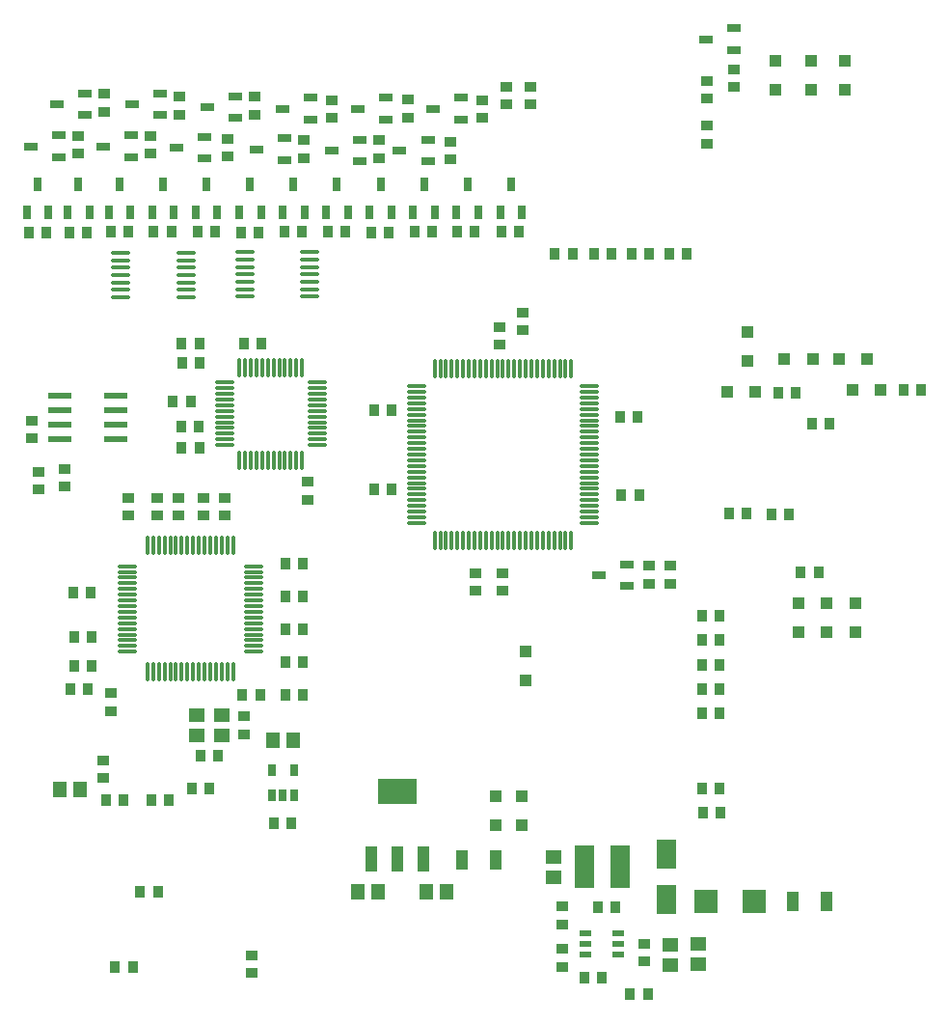
<source format=gtp>
G04 Layer: BottomSilkscreenLayer*
G04 EasyEDA Pro v2.1.32.5533625a, 2023-09-11 21:51:51*
G04 Gerber Generator version 0.3*
G04 Scale: 100 percent, Rotated: No, Reflected: No *
G04 Dimensions in millimeters  *
G04 leading zeros omitted , absolute positions ,3 integer and 6 decimal *
G04 #@! TF.GenerationSoftware,KiCad,Pcbnew,(5.1.10)-1*
G04 #@! TF.CreationDate,2023-09-11T22:03:16+08:00*
G04 #@! TF.ProjectId,AntennaSwitch_6x2,416e7465-6e6e-4615-9377-697463685f36,rev?*
G04 #@! TF.SameCoordinates,Original*
G04 #@! TF.FileFunction,Paste,Top*
G04 #@! TF.FilePolarity,Positive*
%FSLAX46Y46*%
G04 Gerber Fmt 4.6, Leading zero omitted, Abs format (unit mm)*
G04 Created by KiCad (PCBNEW (5.1.10)-1) date 2023-09-11 22:03:16*
%MOMM*%
%LPD*%
G01*
G04 APERTURE LIST*
%ADD10R,0.650000X1.060000*%
%ADD11R,0.930000X0.980000*%
%ADD12R,1.470000X1.160000*%
%ADD13R,1.800000X2.500000*%
%ADD14R,1.000000X1.000000*%
%ADD15R,1.130000X1.800000*%
%ADD16R,2.000000X2.000000*%
%ADD17R,1.100000X0.600000*%
%ADD18O,1.700000X0.320000*%
%ADD19O,1.800000X0.280000*%
%ADD20O,0.280000X1.800000*%
%ADD21R,0.980000X0.930000*%
%ADD22R,1.000000X2.200000*%
%ADD23R,3.500000X2.200000*%
%ADD24R,1.160000X1.470000*%
%ADD25R,2.000000X0.600000*%
%ADD26R,1.400000X1.200000*%
%ADD27R,1.250000X0.700000*%
%ADD28R,0.700000X1.250000*%
%ADD29R,1.780000X3.700000*%
G04 APERTURE END LIST*
D10*
X68800000Y-122900000D03*
X70700000Y-122900000D03*
X70700000Y-125100000D03*
X69750000Y-125100000D03*
X68800000Y-125100000D03*
D11*
X100230000Y-142500000D03*
X101770000Y-142500000D03*
D12*
X106250000Y-139890000D03*
X106250000Y-138110000D03*
D13*
X103400000Y-134200000D03*
X103400000Y-130200000D03*
D14*
X119100000Y-60650000D03*
X119100000Y-63150000D03*
X116100000Y-60650000D03*
X116100000Y-63150000D03*
X113000000Y-60650000D03*
X113000000Y-63150000D03*
X110550000Y-86950000D03*
X110550000Y-84450000D03*
X113750000Y-86800000D03*
X116250000Y-86800000D03*
X121050000Y-86800000D03*
X118550000Y-86800000D03*
X120000000Y-108250000D03*
X120000000Y-110750000D03*
X117500000Y-108250000D03*
X117500000Y-110750000D03*
X115000000Y-108250000D03*
X115000000Y-110750000D03*
X90700000Y-127650000D03*
X90700000Y-125150000D03*
X88400000Y-127650000D03*
X88400000Y-125150000D03*
X91100000Y-112450000D03*
X91100000Y-114950000D03*
D12*
X93500000Y-130460000D03*
X93500000Y-132240000D03*
D15*
X117490000Y-134350000D03*
X114510000Y-134350000D03*
D16*
X106900000Y-134350000D03*
X111100000Y-134350000D03*
D14*
X111250000Y-89700000D03*
X108750000Y-89700000D03*
X119749999Y-89500000D03*
X122249999Y-89500000D03*
D17*
X99150000Y-137150000D03*
X99150000Y-138100000D03*
X99150000Y-139050000D03*
X96350000Y-139050000D03*
X96350000Y-138100000D03*
X96350000Y-137150000D03*
D11*
X113230001Y-89750000D03*
X114770001Y-89750000D03*
X124230000Y-89500000D03*
X125770000Y-89500000D03*
D18*
X55535000Y-81380000D03*
X55535000Y-80730000D03*
X55535000Y-80080000D03*
X55535000Y-79430000D03*
X55535000Y-78780000D03*
X55535000Y-78130000D03*
X55535000Y-77480000D03*
X61235000Y-77480000D03*
X61235000Y-78130000D03*
X61235000Y-78780000D03*
X61235000Y-79430000D03*
X61235000Y-80080000D03*
X61235000Y-80730000D03*
X61235000Y-81380000D03*
X66406000Y-81328999D03*
X66406000Y-80678999D03*
X66406000Y-80028999D03*
X66406000Y-79378999D03*
X66406000Y-78728999D03*
X66406000Y-78078999D03*
X66406000Y-77428999D03*
X72106000Y-77428999D03*
X72106000Y-78078999D03*
X72106000Y-78728999D03*
X72106000Y-79378999D03*
X72106000Y-80028999D03*
X72106000Y-80678999D03*
X72106000Y-81328999D03*
D11*
X47430000Y-75671000D03*
X48970000Y-75671000D03*
X51030000Y-75700000D03*
X52570000Y-75700000D03*
X54618000Y-75620000D03*
X56158000Y-75620000D03*
X58420000Y-75620000D03*
X59960000Y-75620000D03*
X62238000Y-75620000D03*
X63778000Y-75620000D03*
X66098000Y-75670999D03*
X67638000Y-75670999D03*
X69858000Y-75619999D03*
X71398000Y-75619999D03*
X73718000Y-75620000D03*
X75258000Y-75620000D03*
X77478000Y-75671000D03*
X79018000Y-75671000D03*
X81338400Y-75620000D03*
X82878400Y-75620000D03*
X85054800Y-75620000D03*
X86594800Y-75620000D03*
X88958400Y-75620000D03*
X90498400Y-75620000D03*
D15*
X88475200Y-130738000D03*
X85495200Y-130738000D03*
D11*
X112618500Y-100384999D03*
X114158500Y-100384999D03*
X108935500Y-100321500D03*
X110475500Y-100321500D03*
D19*
X81518000Y-101178000D03*
X81518000Y-100678000D03*
X81518000Y-100178000D03*
X81518000Y-99678000D03*
X81518000Y-99178000D03*
X81518000Y-98678000D03*
X81518000Y-98178000D03*
X81518000Y-97678000D03*
X81518000Y-97178000D03*
X81518000Y-96678000D03*
X81518000Y-96178000D03*
X81518000Y-95678000D03*
X81518000Y-95178000D03*
X81518000Y-94678000D03*
X81518000Y-94178000D03*
X81518000Y-93678000D03*
X81518000Y-93178000D03*
X81518000Y-92678000D03*
X81518000Y-92178000D03*
X81518000Y-91678000D03*
X81518000Y-91178000D03*
X81518000Y-90678000D03*
X81518000Y-90178000D03*
X81518000Y-89678000D03*
X81518000Y-89178000D03*
D20*
X83068000Y-87628000D03*
X83568000Y-87628000D03*
X84068000Y-87628000D03*
X84568000Y-87628000D03*
X85068000Y-87628000D03*
X85568000Y-87628000D03*
X86068000Y-87628000D03*
X86568000Y-87628000D03*
X87068000Y-87628000D03*
X87568000Y-87628000D03*
X88068000Y-87628000D03*
X88568000Y-87628000D03*
X89068000Y-87628000D03*
X89568000Y-87628000D03*
X90068000Y-87628000D03*
X90568000Y-87628000D03*
X91068000Y-87628000D03*
X91568000Y-87628000D03*
X92068000Y-87628000D03*
X92568000Y-87628000D03*
X93068000Y-87628000D03*
X93568000Y-87628000D03*
X94068000Y-87628000D03*
X94568000Y-87628000D03*
X95068000Y-87628000D03*
D19*
X96618000Y-89178000D03*
X96618000Y-89678000D03*
X96618000Y-90178000D03*
X96618000Y-90678000D03*
X96618000Y-91178000D03*
X96618000Y-91678000D03*
X96618000Y-92178000D03*
X96618000Y-92678000D03*
X96618000Y-93178000D03*
X96618000Y-93678000D03*
X96618000Y-94178000D03*
X96618000Y-94678000D03*
X96618000Y-95178000D03*
X96618000Y-95678000D03*
X96618000Y-96178000D03*
X96618000Y-96678000D03*
X96618000Y-97178000D03*
X96618000Y-97678000D03*
X96618000Y-98178000D03*
X96618000Y-98678000D03*
X96618000Y-99178000D03*
X96618000Y-99678000D03*
X96618000Y-100178000D03*
X96618000Y-100678000D03*
X96618000Y-101178000D03*
D20*
X95068000Y-102728000D03*
X94568000Y-102728000D03*
X94068000Y-102728000D03*
X93568000Y-102728000D03*
X93068000Y-102728000D03*
X92568000Y-102728000D03*
X92068000Y-102728000D03*
X91568000Y-102728000D03*
X91068000Y-102728000D03*
X90568000Y-102728000D03*
X90068000Y-102728000D03*
X89568000Y-102728000D03*
X89068000Y-102728000D03*
X88568000Y-102728000D03*
X88068000Y-102728000D03*
X87568000Y-102728000D03*
X87068000Y-102728000D03*
X86568000Y-102728000D03*
X86068000Y-102728000D03*
X85568000Y-102728000D03*
X85068000Y-102728000D03*
X84568000Y-102728000D03*
X84068000Y-102728000D03*
X83568000Y-102728000D03*
X83068000Y-102728000D03*
D11*
X60874000Y-85399000D03*
X62414000Y-85399000D03*
D21*
X88814000Y-83994000D03*
X88814000Y-85534000D03*
D22*
X82097000Y-130690001D03*
D23*
X79797000Y-124690001D03*
D22*
X79797000Y-130690001D03*
X77497000Y-130690001D03*
D11*
X64057000Y-121594001D03*
X62517000Y-121594001D03*
D21*
X101500000Y-139620000D03*
X101500000Y-138080000D03*
X94250000Y-136370000D03*
X94250000Y-134830000D03*
D11*
X97430000Y-134850000D03*
X98970000Y-134850000D03*
D21*
X71923000Y-97575000D03*
X71923000Y-99115000D03*
X66335000Y-119696999D03*
X66335000Y-118156999D03*
X64684000Y-98980000D03*
X64684000Y-100520000D03*
D11*
X60104000Y-90479000D03*
X61644000Y-90479000D03*
X51451000Y-113720000D03*
X52991000Y-113720000D03*
X71533000Y-113370800D03*
X69993000Y-113370800D03*
X71532999Y-107592200D03*
X69992999Y-107592200D03*
X51324000Y-107243000D03*
X52864000Y-107243000D03*
D21*
X58720000Y-99005999D03*
X58720000Y-100545999D03*
D11*
X67739999Y-116260000D03*
X66199999Y-116260000D03*
X60826000Y-92689001D03*
X62366000Y-92689001D03*
X100879000Y-91876000D03*
X99339000Y-91876000D03*
X60904000Y-87126000D03*
X62444000Y-87126000D03*
D21*
X47750000Y-92210000D03*
X47750000Y-93750000D03*
X60620000Y-98980000D03*
X60620000Y-100520000D03*
D11*
X51451000Y-111180000D03*
X52991000Y-111180000D03*
D21*
X54651000Y-117665000D03*
X54651000Y-116125000D03*
D11*
X71532999Y-116260000D03*
X69992999Y-116260000D03*
X71529000Y-110481501D03*
X69989000Y-110481501D03*
X71528000Y-104703000D03*
X69988000Y-104703000D03*
D21*
X56205000Y-99006000D03*
X56205000Y-100546000D03*
X62809000Y-100547000D03*
X62809000Y-99007000D03*
X53999000Y-121975000D03*
X53999000Y-123515000D03*
D11*
X70520000Y-127500000D03*
X68980000Y-127500000D03*
X101022000Y-98734000D03*
X99482000Y-98734000D03*
D21*
X90845999Y-82716000D03*
X90845999Y-84256000D03*
D11*
X77749000Y-91241000D03*
X79289000Y-91241000D03*
X77749000Y-98226000D03*
X79289000Y-98226000D03*
D21*
X89068000Y-107124000D03*
X89068000Y-105584000D03*
X86655000Y-107124000D03*
X86655000Y-105584000D03*
D24*
X76367000Y-133532000D03*
X78147000Y-133532000D03*
D25*
X55069000Y-91241000D03*
X50169000Y-93781000D03*
X50169000Y-92511000D03*
X50169000Y-91241000D03*
X50169000Y-89971000D03*
X55069000Y-89971000D03*
X55069000Y-92511000D03*
X55069000Y-93781000D03*
D20*
X65934000Y-87547000D03*
X66434000Y-87547000D03*
X66934000Y-87547000D03*
X67434000Y-87547000D03*
X67934000Y-87547000D03*
X68434000Y-87547000D03*
X68934000Y-87547000D03*
X69434000Y-87547000D03*
X69934000Y-87547000D03*
X70434000Y-87547000D03*
X70934000Y-87547000D03*
X71434000Y-87547000D03*
D19*
X72734000Y-88847000D03*
X72734000Y-89347000D03*
X72734000Y-89847000D03*
X72734000Y-90347000D03*
X72734000Y-90847000D03*
X72734000Y-91347000D03*
X72734000Y-91847000D03*
X72734000Y-92347000D03*
X72734000Y-92847000D03*
X72734000Y-93347000D03*
X72734000Y-93847000D03*
X72734000Y-94347000D03*
D20*
X71434000Y-95647000D03*
X70934000Y-95647000D03*
X70434000Y-95647000D03*
X69934000Y-95647000D03*
X69434000Y-95647000D03*
X68934000Y-95647000D03*
X68434000Y-95647000D03*
X67934000Y-95647000D03*
X67434000Y-95647000D03*
X66934000Y-95647000D03*
X66434000Y-95647000D03*
X65934000Y-95647000D03*
D19*
X64634000Y-94347000D03*
X64634000Y-93847000D03*
X64634000Y-93347000D03*
X64634000Y-92847000D03*
X64634000Y-92347000D03*
X64634000Y-91847000D03*
X64634000Y-91347000D03*
X64634000Y-90847000D03*
X64634000Y-90347000D03*
X64634000Y-89847000D03*
X64634000Y-89347000D03*
X64634000Y-88847000D03*
X56065000Y-112466800D03*
X56065000Y-111966800D03*
X56065000Y-111466800D03*
X56065000Y-110966800D03*
X56065000Y-110466800D03*
X56065000Y-109966800D03*
X56065000Y-109466800D03*
X56065000Y-108966800D03*
X56065000Y-108466800D03*
X56065000Y-107966800D03*
X56065000Y-107466800D03*
X56065000Y-106966800D03*
X56065000Y-106466800D03*
X56065000Y-105966800D03*
X56065000Y-105466800D03*
X56065000Y-104966800D03*
D20*
X57865000Y-103166800D03*
X58365000Y-103166800D03*
X58865000Y-103166800D03*
X59365000Y-103166800D03*
X59865000Y-103166800D03*
X60365000Y-103166800D03*
X60865000Y-103166800D03*
X61365000Y-103166800D03*
X61865000Y-103166800D03*
X62365000Y-103166800D03*
X62865000Y-103166800D03*
X63365000Y-103166800D03*
X63865000Y-103166800D03*
X64365000Y-103166800D03*
X64865000Y-103166800D03*
X65365000Y-103166800D03*
D19*
X67165000Y-104966800D03*
X67165000Y-105466800D03*
X67165000Y-105966800D03*
X67165000Y-106466800D03*
X67165000Y-106966800D03*
X67165000Y-107466800D03*
X67165000Y-107966800D03*
X67165000Y-108466800D03*
X67165000Y-108966800D03*
X67165000Y-109466800D03*
X67165000Y-109966800D03*
X67165000Y-110466800D03*
X67165000Y-110966800D03*
X67165000Y-111466800D03*
X67165000Y-111966800D03*
X67165000Y-112466800D03*
D20*
X65365000Y-114266800D03*
X64865000Y-114266800D03*
X64365000Y-114266800D03*
X63865000Y-114266800D03*
X63365000Y-114266800D03*
X62865000Y-114266800D03*
X62365000Y-114266800D03*
X61865000Y-114266800D03*
X61365000Y-114266800D03*
X60865000Y-114266800D03*
X60365000Y-114266800D03*
X59865000Y-114266800D03*
X59365000Y-114266800D03*
X58865000Y-114266800D03*
X58365000Y-114266800D03*
X57865000Y-114266800D03*
D11*
X97770000Y-141100000D03*
X96230000Y-141100000D03*
X115230000Y-105500000D03*
X116770000Y-105500000D03*
D21*
X94250000Y-140100000D03*
X94250000Y-138560000D03*
X48301000Y-96694000D03*
X48301000Y-98234000D03*
D11*
X52627000Y-115752000D03*
X51087000Y-115752000D03*
X67867000Y-85399000D03*
X66327000Y-85399000D03*
X61730000Y-124500000D03*
X63270000Y-124500000D03*
X58230000Y-125500000D03*
X59770000Y-125500000D03*
X56564000Y-140143999D03*
X55024000Y-140143999D03*
D21*
X67000000Y-139112000D03*
X67000000Y-140652000D03*
D11*
X57230001Y-133500000D03*
X58770001Y-133500000D03*
X54230000Y-125500000D03*
X55770000Y-125500000D03*
D21*
X89400000Y-64452000D03*
X89400000Y-62912000D03*
D11*
X105205000Y-77525000D03*
X103665000Y-77525000D03*
X101902999Y-77525000D03*
X100362999Y-77525000D03*
D21*
X101895000Y-104949000D03*
X101895000Y-106489000D03*
D11*
X108070000Y-113600000D03*
X106530000Y-113600000D03*
X108100000Y-124500000D03*
X106560000Y-124500000D03*
D21*
X103800001Y-104949000D03*
X103800001Y-106489000D03*
D11*
X108070000Y-115750000D03*
X106530000Y-115750000D03*
X108070000Y-117900000D03*
X106530000Y-117900000D03*
D21*
X50587000Y-97980000D03*
X50587000Y-96440000D03*
D11*
X62406000Y-94543000D03*
X60866000Y-94543000D03*
D21*
X51793000Y-68770000D03*
X51793000Y-67230000D03*
X54078999Y-65087000D03*
X54078999Y-63547000D03*
X58143000Y-68770000D03*
X58143000Y-67230000D03*
X60683000Y-65341000D03*
X60683000Y-63801000D03*
X64874001Y-69024000D03*
X64874001Y-67484000D03*
X67287000Y-65341000D03*
X67287000Y-63801000D03*
X71605000Y-69151000D03*
X71605000Y-67611000D03*
X74018000Y-65603001D03*
X74018000Y-64063001D03*
X78209000Y-69151000D03*
X78209000Y-67611000D03*
X80749000Y-65595000D03*
X80749000Y-64055000D03*
X84432000Y-69278000D03*
X84432000Y-67738000D03*
X87226000Y-65643000D03*
X87226000Y-64103000D03*
D11*
X116230000Y-92500000D03*
X117770000Y-92500000D03*
D21*
X109388000Y-62903000D03*
X109388000Y-61363000D03*
X106975000Y-63944000D03*
X106975000Y-62404000D03*
X106975000Y-67881000D03*
X106975000Y-66341000D03*
X91481000Y-64452000D03*
X91481000Y-62912000D03*
D11*
X95172001Y-77525000D03*
X93632001Y-77525000D03*
X98601000Y-77525000D03*
X97061000Y-77525000D03*
X108170000Y-126600000D03*
X106630000Y-126600000D03*
X108070000Y-109300000D03*
X106530000Y-109300000D03*
X108070000Y-111450000D03*
X106530000Y-111450000D03*
D26*
X62166000Y-119777600D03*
X64366000Y-119777600D03*
X64366000Y-118077600D03*
X62166000Y-118077600D03*
D27*
X47621999Y-68127000D03*
X50121999Y-67177000D03*
X50121999Y-69077000D03*
X49908000Y-64444000D03*
X52408000Y-63494000D03*
X52408000Y-65394000D03*
X53972000Y-68126999D03*
X56472000Y-67176999D03*
X56472000Y-69076999D03*
X56512000Y-64444000D03*
X59012000Y-63494000D03*
X59012000Y-65394000D03*
X60386000Y-68254000D03*
X62886000Y-67304000D03*
X62886000Y-69204000D03*
X63116000Y-64698000D03*
X65616000Y-63748000D03*
X65616000Y-65648000D03*
X67434000Y-68381000D03*
X69934000Y-67431000D03*
X69934000Y-69331000D03*
X69720000Y-64825000D03*
X72220000Y-63875000D03*
X72220000Y-65775000D03*
X74038001Y-68508000D03*
X76538001Y-67558000D03*
X76538001Y-69458000D03*
X76324000Y-64825000D03*
X78824000Y-63875000D03*
X78824000Y-65775000D03*
X80007000Y-68508000D03*
X82507000Y-67558000D03*
X82507000Y-69458000D03*
X82928000Y-64825000D03*
X85428000Y-63875000D03*
X85428000Y-65775000D03*
D28*
X48200000Y-71449000D03*
X49150000Y-73949000D03*
X47250000Y-73949000D03*
X51800000Y-71449000D03*
X52750000Y-73949000D03*
X50850000Y-73949000D03*
X55424000Y-71449000D03*
X56374000Y-73949000D03*
X54474000Y-73949000D03*
X59240000Y-71449001D03*
X60190000Y-73949001D03*
X58290000Y-73949001D03*
X63056000Y-71449000D03*
X64006000Y-73949000D03*
X62106000Y-73949000D03*
X66872000Y-71449001D03*
X67822000Y-73949001D03*
X65922000Y-73949001D03*
X70687000Y-71449000D03*
X71637000Y-73949000D03*
X69737000Y-73949000D03*
X74503000Y-71449000D03*
X75453000Y-73949000D03*
X73553000Y-73949000D03*
X78319000Y-71449000D03*
X79269000Y-73949000D03*
X77369000Y-73949000D03*
X82134500Y-71449000D03*
X83084500Y-73949000D03*
X81184500Y-73949000D03*
X85950300Y-71449000D03*
X86900300Y-73949000D03*
X85000300Y-73949000D03*
X89766000Y-71449000D03*
X90716000Y-73949000D03*
X88816000Y-73949000D03*
D27*
X106868000Y-58729000D03*
X109368000Y-57779000D03*
X109368000Y-59679000D03*
X97490000Y-105780000D03*
X99990000Y-104830000D03*
X99990000Y-106730000D03*
D29*
X99385000Y-131300000D03*
X96215000Y-131300000D03*
D24*
X84140000Y-133500000D03*
X82360000Y-133500000D03*
D12*
X103750000Y-139990000D03*
X103750000Y-138210000D03*
D24*
X50188000Y-124515000D03*
X51968000Y-124515000D03*
X70640000Y-120250000D03*
X68860000Y-120250000D03*
M02*

</source>
